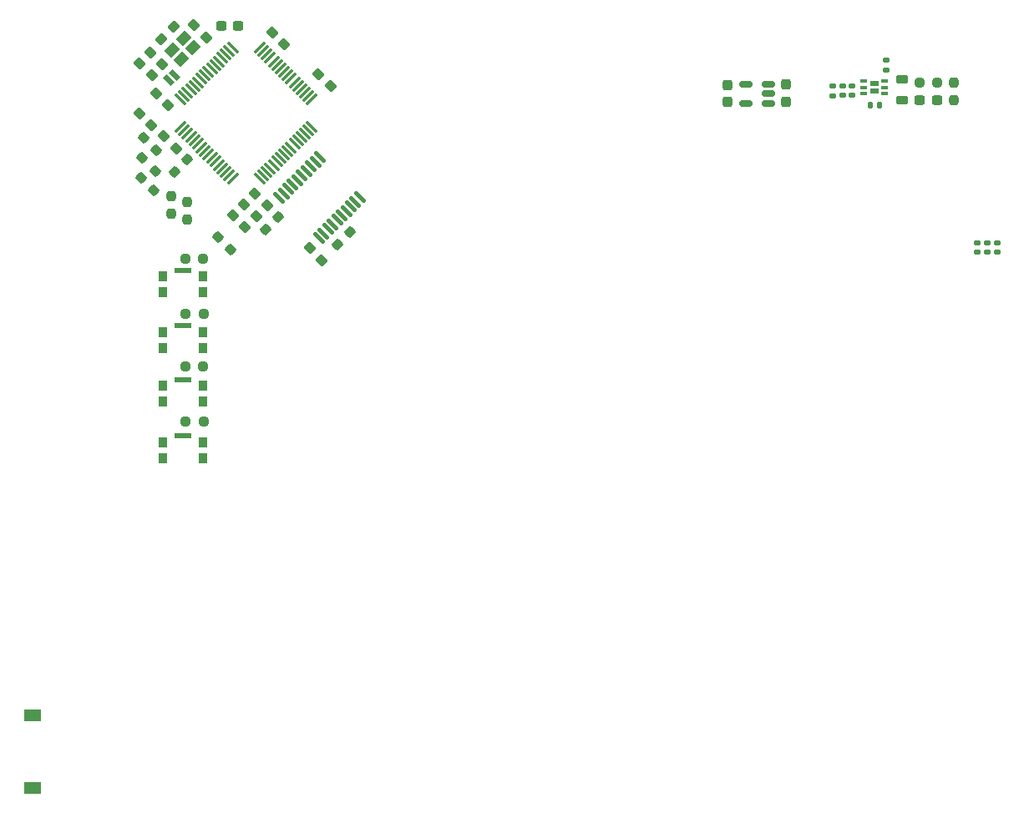
<source format=gbr>
%TF.GenerationSoftware,KiCad,Pcbnew,7.0.2-0*%
%TF.CreationDate,2023-09-28T22:34:41-05:00*%
%TF.ProjectId,spudglo_business_card,73707564-676c-46f5-9f62-7573696e6573,rev?*%
%TF.SameCoordinates,Original*%
%TF.FileFunction,Paste,Bot*%
%TF.FilePolarity,Positive*%
%FSLAX46Y46*%
G04 Gerber Fmt 4.6, Leading zero omitted, Abs format (unit mm)*
G04 Created by KiCad (PCBNEW 7.0.2-0) date 2023-09-28 22:34:41*
%MOMM*%
%LPD*%
G01*
G04 APERTURE LIST*
G04 Aperture macros list*
%AMRoundRect*
0 Rectangle with rounded corners*
0 $1 Rounding radius*
0 $2 $3 $4 $5 $6 $7 $8 $9 X,Y pos of 4 corners*
0 Add a 4 corners polygon primitive as box body*
4,1,4,$2,$3,$4,$5,$6,$7,$8,$9,$2,$3,0*
0 Add four circle primitives for the rounded corners*
1,1,$1+$1,$2,$3*
1,1,$1+$1,$4,$5*
1,1,$1+$1,$6,$7*
1,1,$1+$1,$8,$9*
0 Add four rect primitives between the rounded corners*
20,1,$1+$1,$2,$3,$4,$5,0*
20,1,$1+$1,$4,$5,$6,$7,0*
20,1,$1+$1,$6,$7,$8,$9,0*
20,1,$1+$1,$8,$9,$2,$3,0*%
%AMRotRect*
0 Rectangle, with rotation*
0 The origin of the aperture is its center*
0 $1 length*
0 $2 width*
0 $3 Rotation angle, in degrees counterclockwise*
0 Add horizontal line*
21,1,$1,$2,0,0,$3*%
G04 Aperture macros list end*
%ADD10RoundRect,0.237500X0.250000X0.237500X-0.250000X0.237500X-0.250000X-0.237500X0.250000X-0.237500X0*%
%ADD11RoundRect,0.237500X-0.008839X-0.344715X0.344715X0.008839X0.008839X0.344715X-0.344715X-0.008839X0*%
%ADD12RoundRect,0.237500X0.380070X-0.044194X-0.044194X0.380070X-0.380070X0.044194X0.044194X-0.380070X0*%
%ADD13RoundRect,0.237500X0.300000X0.237500X-0.300000X0.237500X-0.300000X-0.237500X0.300000X-0.237500X0*%
%ADD14RoundRect,0.237500X-0.380070X0.044194X0.044194X-0.380070X0.380070X-0.044194X-0.044194X0.380070X0*%
%ADD15RoundRect,0.135000X0.185000X-0.135000X0.185000X0.135000X-0.185000X0.135000X-0.185000X-0.135000X0*%
%ADD16RoundRect,0.237500X0.008839X0.344715X-0.344715X-0.008839X-0.008839X-0.344715X0.344715X0.008839X0*%
%ADD17RoundRect,0.075000X-0.548008X0.441942X0.441942X-0.548008X0.548008X-0.441942X-0.441942X0.548008X0*%
%ADD18RoundRect,0.075000X-0.548008X-0.441942X-0.441942X-0.548008X0.548008X0.441942X0.441942X0.548008X0*%
%ADD19R,1.676400X1.193800*%
%ADD20RoundRect,0.237500X-0.237500X0.300000X-0.237500X-0.300000X0.237500X-0.300000X0.237500X0.300000X0*%
%ADD21RoundRect,0.140000X-0.170000X0.140000X-0.170000X-0.140000X0.170000X-0.140000X0.170000X0.140000X0*%
%ADD22RoundRect,0.237500X0.344715X-0.008839X-0.008839X0.344715X-0.344715X0.008839X0.008839X-0.344715X0*%
%ADD23RoundRect,0.237500X0.237500X-0.250000X0.237500X0.250000X-0.237500X0.250000X-0.237500X-0.250000X0*%
%ADD24RoundRect,0.237500X-0.250000X-0.237500X0.250000X-0.237500X0.250000X0.237500X-0.250000X0.237500X0*%
%ADD25RoundRect,0.237500X-0.344715X0.008839X0.008839X-0.344715X0.344715X-0.008839X-0.008839X0.344715X0*%
%ADD26R,0.900000X1.000000*%
%ADD27R,1.700000X0.550000*%
%ADD28RoundRect,0.140000X0.140000X0.170000X-0.140000X0.170000X-0.140000X-0.170000X0.140000X-0.170000X0*%
%ADD29RoundRect,0.237500X-0.044194X-0.380070X0.380070X0.044194X0.044194X0.380070X-0.380070X-0.044194X0*%
%ADD30RoundRect,0.100000X-0.521491X0.380070X0.380070X-0.521491X0.521491X-0.380070X-0.380070X0.521491X0*%
%ADD31R,0.820000X0.630000*%
%ADD32R,0.650000X0.350000*%
%ADD33RoundRect,0.218750X0.381250X-0.218750X0.381250X0.218750X-0.381250X0.218750X-0.381250X-0.218750X0*%
%ADD34RotRect,1.000000X1.200000X135.000000*%
%ADD35RotRect,0.575000X1.140000X45.000000*%
%ADD36RoundRect,0.150000X0.512500X0.150000X-0.512500X0.150000X-0.512500X-0.150000X0.512500X-0.150000X0*%
G04 APERTURE END LIST*
D10*
%TO.C,R9*%
X257500000Y-85480000D03*
X255675000Y-85480000D03*
%TD*%
D11*
%TO.C,R3*%
X196690000Y-101960000D03*
X197980470Y-100669530D03*
%TD*%
D12*
%TO.C,C18*%
X183349762Y-80929758D03*
X182130002Y-79709998D03*
%TD*%
D13*
%TO.C,C24*%
X257450000Y-87300000D03*
X255725000Y-87300000D03*
%TD*%
D14*
%TO.C,C8*%
X193880240Y-102290240D03*
X195100000Y-103510000D03*
%TD*%
D15*
%TO.C,R1*%
X252260000Y-84210000D03*
X252260000Y-83190000D03*
%TD*%
D16*
%TO.C,R11*%
X181440001Y-93309999D03*
X180149531Y-94600469D03*
%TD*%
D17*
%TO.C,U3*%
X180758541Y-87246054D03*
X181112094Y-86892501D03*
X181465647Y-86538948D03*
X181819201Y-86185394D03*
X182172754Y-85831841D03*
X182526308Y-85478287D03*
X182879861Y-85124734D03*
X183233414Y-84771181D03*
X183586968Y-84417627D03*
X183940521Y-84064074D03*
X184294074Y-83710521D03*
X184647628Y-83356967D03*
X185001181Y-83003414D03*
X185354735Y-82649860D03*
X185708288Y-82296307D03*
X186061841Y-81942754D03*
D18*
X188784203Y-81942754D03*
X189137756Y-82296307D03*
X189491309Y-82649860D03*
X189844863Y-83003414D03*
X190198416Y-83356967D03*
X190551970Y-83710521D03*
X190905523Y-84064074D03*
X191259076Y-84417627D03*
X191612630Y-84771181D03*
X191966183Y-85124734D03*
X192319736Y-85478287D03*
X192673290Y-85831841D03*
X193026843Y-86185394D03*
X193380397Y-86538948D03*
X193733950Y-86892501D03*
X194087503Y-87246054D03*
D17*
X194087503Y-89968416D03*
X193733950Y-90321969D03*
X193380397Y-90675522D03*
X193026843Y-91029076D03*
X192673290Y-91382629D03*
X192319736Y-91736183D03*
X191966183Y-92089736D03*
X191612630Y-92443289D03*
X191259076Y-92796843D03*
X190905523Y-93150396D03*
X190551970Y-93503949D03*
X190198416Y-93857503D03*
X189844863Y-94211056D03*
X189491309Y-94564610D03*
X189137756Y-94918163D03*
X188784203Y-95271716D03*
D18*
X186061841Y-95271716D03*
X185708288Y-94918163D03*
X185354735Y-94564610D03*
X185001181Y-94211056D03*
X184647628Y-93857503D03*
X184294074Y-93503949D03*
X183940521Y-93150396D03*
X183586968Y-92796843D03*
X183233414Y-92443289D03*
X182879861Y-92089736D03*
X182526308Y-91736183D03*
X182172754Y-91382629D03*
X181819201Y-91029076D03*
X181465647Y-90675522D03*
X181112094Y-90321969D03*
X180758541Y-89968416D03*
%TD*%
D12*
%TO.C,C19*%
X177840000Y-84750000D03*
X176620240Y-83530240D03*
%TD*%
D19*
%TO.C,SW1*%
X165780000Y-157037600D03*
X165780000Y-149722400D03*
%TD*%
D20*
%TO.C,C22*%
X242142500Y-85725000D03*
X242142500Y-87450000D03*
%TD*%
D14*
%TO.C,C10*%
X188311061Y-96783297D03*
X189530821Y-98003057D03*
%TD*%
D21*
%TO.C,C5*%
X263520000Y-101780000D03*
X263520000Y-102740000D03*
%TD*%
%TO.C,C6*%
X261560000Y-101770000D03*
X261560000Y-102730000D03*
%TD*%
D22*
%TO.C,R4*%
X185870000Y-102490000D03*
X184579530Y-101199530D03*
%TD*%
D14*
%TO.C,C17*%
X186081181Y-98983414D03*
X187300941Y-100203174D03*
%TD*%
D12*
%TO.C,C20*%
X178890000Y-83680000D03*
X177670240Y-82460240D03*
%TD*%
D23*
%TO.C,R6*%
X179850000Y-98845000D03*
X179850000Y-97020000D03*
%TD*%
D21*
%TO.C,C4*%
X246880001Y-85870000D03*
X246880001Y-86830000D03*
%TD*%
D24*
%TO.C,R15*%
X181285003Y-119900002D03*
X183110003Y-119900002D03*
%TD*%
D25*
%TO.C,R7*%
X176779530Y-95129530D03*
X178070000Y-96420000D03*
%TD*%
D12*
%TO.C,C14*%
X179509760Y-87819760D03*
X178290000Y-86600000D03*
%TD*%
D14*
%TO.C,C15*%
X179080000Y-90950000D03*
X180299760Y-92169760D03*
%TD*%
D21*
%TO.C,C7*%
X262540000Y-101770000D03*
X262540000Y-102730000D03*
%TD*%
D12*
%TO.C,C9*%
X177830000Y-89830000D03*
X176610240Y-88610240D03*
%TD*%
D26*
%TO.C,SW3*%
X183050000Y-110810000D03*
X178950000Y-110810000D03*
X183050000Y-112410000D03*
X178950000Y-112410000D03*
D27*
X181000000Y-110185000D03*
%TD*%
D11*
%TO.C,R2*%
X189379530Y-100430470D03*
X190670000Y-99140000D03*
%TD*%
D21*
%TO.C,C2*%
X247880000Y-85860000D03*
X247880000Y-86820000D03*
%TD*%
D28*
%TO.C,C1*%
X251660000Y-87759999D03*
X250700000Y-87759999D03*
%TD*%
D23*
%TO.C,R5*%
X181399998Y-99440003D03*
X181399998Y-97615003D03*
%TD*%
D24*
%TO.C,R14*%
X181225000Y-103350000D03*
X183050000Y-103350000D03*
%TD*%
D22*
%TO.C,R12*%
X178280000Y-92360000D03*
X176989530Y-91069530D03*
%TD*%
D26*
%TO.C,SW2*%
X183050000Y-105180000D03*
X178950000Y-105180000D03*
X183050000Y-106780000D03*
X178950000Y-106780000D03*
D27*
X181000000Y-104555000D03*
%TD*%
D24*
%TO.C,R16*%
X181230000Y-114330000D03*
X183055000Y-114330000D03*
%TD*%
D29*
%TO.C,C21*%
X178830120Y-81079880D03*
X180049880Y-79860120D03*
%TD*%
D30*
%TO.C,U2*%
X190762323Y-97222272D03*
X191221942Y-96762653D03*
X191681561Y-96303033D03*
X192141181Y-95843414D03*
X192600800Y-95383795D03*
X193060420Y-94924175D03*
X193520039Y-94464556D03*
X193979658Y-94004936D03*
X194439278Y-93545317D03*
X194898897Y-93085698D03*
X198947083Y-97133884D03*
X198487464Y-97593503D03*
X198027845Y-98053123D03*
X197568225Y-98512742D03*
X197108606Y-98972361D03*
X196648986Y-99431981D03*
X196189367Y-99891600D03*
X195729748Y-100351220D03*
X195270128Y-100810839D03*
X194810509Y-101270458D03*
%TD*%
D21*
%TO.C,C3*%
X248860000Y-85860000D03*
X248860000Y-86820000D03*
%TD*%
D31*
%TO.C,U1*%
X251090000Y-85590000D03*
X251090000Y-86390000D03*
D32*
X250040000Y-86640000D03*
X250040000Y-85990000D03*
X250040000Y-85340000D03*
X252140000Y-85340000D03*
X252140000Y-85990000D03*
X252140000Y-86640000D03*
%TD*%
D13*
%TO.C,C13*%
X186620009Y-79780011D03*
X184895009Y-79780011D03*
%TD*%
D33*
%TO.C,L1*%
X253900000Y-87282500D03*
X253900000Y-85157500D03*
%TD*%
D25*
%TO.C,R8*%
X176890000Y-93160000D03*
X178180470Y-94450470D03*
%TD*%
D20*
%TO.C,C23*%
X236222500Y-85727500D03*
X236222500Y-87452500D03*
%TD*%
D34*
%TO.C,U4*%
X182042081Y-81937919D03*
X180840000Y-83140000D03*
X179920761Y-82220761D03*
X181122842Y-81018680D03*
%TD*%
D24*
%TO.C,R13*%
X181280000Y-108930000D03*
X183105000Y-108930000D03*
%TD*%
D26*
%TO.C,SW4*%
X183050000Y-116245000D03*
X178950000Y-116245000D03*
X183050000Y-117845000D03*
X178950000Y-117845000D03*
D27*
X181000000Y-115620000D03*
%TD*%
D23*
%TO.C,R10*%
X259120000Y-87310000D03*
X259120000Y-85485000D03*
%TD*%
D35*
%TO.C,U5*%
X179608318Y-85301682D03*
X180191682Y-84718318D03*
%TD*%
D12*
%TO.C,C11*%
X195963293Y-85881852D03*
X194743533Y-84662092D03*
%TD*%
D36*
%TO.C,U6*%
X240330000Y-85690000D03*
X240330000Y-86640000D03*
X240330000Y-87590000D03*
X238055000Y-87590000D03*
X238055000Y-85690000D03*
%TD*%
D26*
%TO.C,SW5*%
X183050000Y-121990000D03*
X178950000Y-121990000D03*
X183050000Y-123590000D03*
X178950000Y-123590000D03*
D27*
X181000000Y-121365000D03*
%TD*%
D14*
%TO.C,C16*%
X187211061Y-97853297D03*
X188430821Y-99073057D03*
%TD*%
D12*
%TO.C,C12*%
X191259760Y-81659760D03*
X190040000Y-80440000D03*
%TD*%
M02*

</source>
